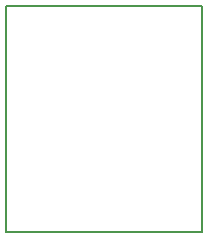
<source format=gbr>
%FSLAX33Y33*%
%MOMM*%
G04 EasyPC Gerber Version 15.0.4 Build 3016 *
%ADD24C,0.12700*%
X0Y0D02*
D02*
D24*
X16313Y34045D02*
Y14945D01*
X32913*
Y34045*
X16313*
X0Y0D02*
M02*

</source>
